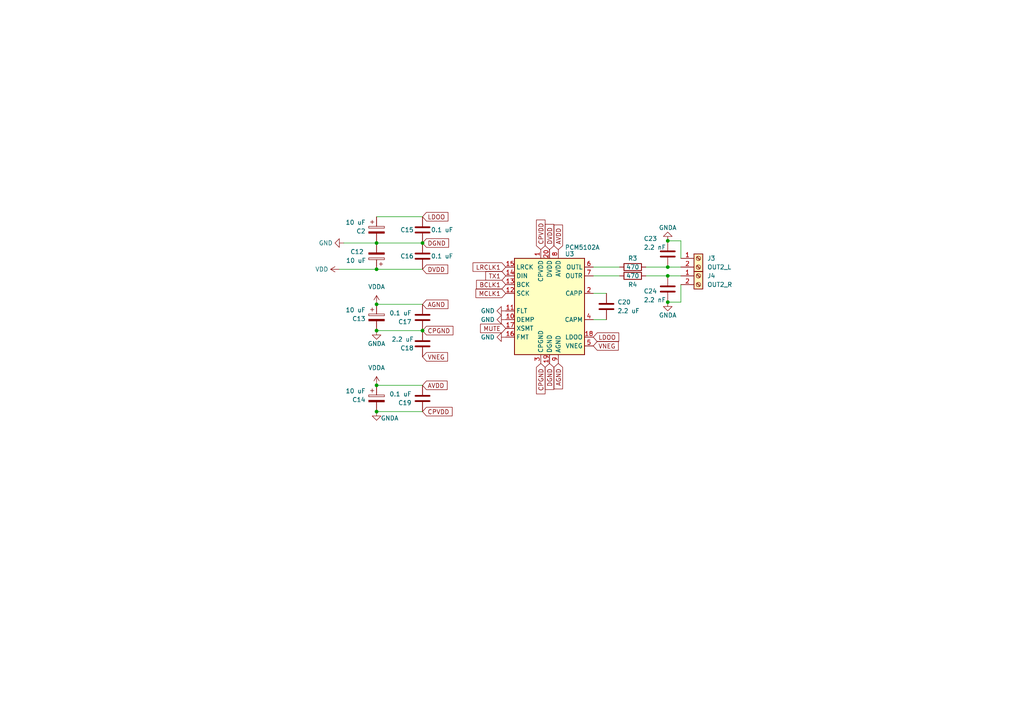
<source format=kicad_sch>
(kicad_sch (version 20230121) (generator eeschema)
  (paper "A4")
  (lib_symbols
    (symbol "Audio:PCM5102A"
      (property "Reference" "U" (at -10.16 13.97 0))
      (property "Value" "PCM5102A" (at 3.81 13.97 0))
      (symbol "PCM5102A_0_1"
        (rectangle (start -10.16 12.7) (end 10.16 -15.24) (stroke (width 0.254)) (fill (type background)))
      )
      (symbol "PCM5102A_1_1"
        (pin passive line (at -2.54 15.24 270) (length 2.54) (name "CPVDD") (number "1"))
        (pin input line (at -12.7 -5.08 0) (length 2.54) (name "DEMP") (number "10"))
        (pin input line (at -12.7 -2.54 0) (length 2.54) (name "FLT") (number "11"))
        (pin input line (at -12.7 2.54 0) (length 2.54) (name "SCK") (number "12"))
        (pin input line (at -12.7 5.08 0) (length 2.54) (name "BCK") (number "13"))
        (pin input line (at -12.7 7.62 0) (length 2.54) (name "DIN") (number "14"))
        (pin input line (at -12.7 10.16 0) (length 2.54) (name "LRCK") (number "15"))
        (pin input line (at -12.7 -10.16 0) (length 2.54) (name "FMT") (number "16"))
        (pin input line (at -12.7 -7.62 0) (length 2.54) (name "XSMT") (number "17"))
        (pin passive line (at 12.7 -10.16 180) (length 2.54) (name "LDOO") (number "18"))
        (pin power_in line (at 0 -17.78 90) (length 2.54) (name "DGND") (number "19"))
        (pin passive line (at 12.7 2.54 180) (length 2.54) (name "CAPP") (number "2"))
        (pin power_in line (at 0 15.24 270) (length 2.54) (name "DVDD") (number "20"))
        (pin power_in line (at -2.54 -17.78 90) (length 2.54) (name "CPGND") (number "3"))
        (pin passive line (at 12.7 -5.08 180) (length 2.54) (name "CAPM") (number "4"))
        (pin passive line (at 12.7 -12.7 180) (length 2.54) (name "VNEG") (number "5"))
        (pin output line (at 12.7 10.16 180) (length 2.54) (name "OUTL") (number "6"))
        (pin output line (at 12.7 7.62 180) (length 2.54) (name "OUTR") (number "7"))
        (pin power_in line (at 2.54 15.24 270) (length 2.54) (name "AVDD") (number "8"))
        (pin power_in line (at 2.54 -17.78 90) (length 2.54) (name "AGND") (number "9"))
      )
    )
    (symbol "Connector:Screw_Terminal_01x02" (pin_names (offset 1.016) hide)
      (property "Reference" "J" (at 0 2.54 0))
      (property "Value" "Screw_Terminal_01x02" (at 0 -5.08 0))
      (symbol "Screw_Terminal_01x02_1_1"
        (rectangle (start -1.27 1.27) (end 1.27 -3.81) (stroke (width 0.254)) (fill (type background)))
        (circle (center 0 -2.54) (radius 0.635) (stroke (width 0.1524)))
        (polyline (pts (xy -0.5334 -2.2098) (xy 0.3302 -3.048)) (stroke (width 0.1524)))
        (polyline (pts (xy -0.5334 0.3302) (xy 0.3302 -0.508)) (stroke (width 0.1524)))
        (polyline (pts (xy -0.3556 -2.032) (xy 0.508 -2.8702)) (stroke (width 0.1524)))
        (polyline (pts (xy -0.3556 0.508) (xy 0.508 -0.3302)) (stroke (width 0.1524)))
        (circle (center 0 0) (radius 0.635) (stroke (width 0.1524)))
        (pin passive line (at -5.08 0 0) (length 3.81) (name "Pin_1") (number "1"))
        (pin passive line (at -5.08 -2.54 0) (length 3.81) (name "Pin_2") (number "2"))
      )
    )
    (symbol "Device:C" (pin_numbers hide) (pin_names (offset 0.254))
      (property "Reference" "C" (at 0.635 2.54 0))
      (property "Value" "C" (at 0.635 -2.54 0))
      (symbol "C_0_1"
        (polyline (pts (xy -2.032 -0.762) (xy 2.032 -0.762)) (stroke (width 0.508)))
        (polyline (pts (xy -2.032 0.762) (xy 2.032 0.762)) (stroke (width 0.508)))
      )
      (symbol "C_1_1"
        (pin passive line (at 0 3.81 270) (length 2.794) (name "~") (number "1"))
        (pin passive line (at 0 -3.81 90) (length 2.794) (name "~") (number "2"))
      )
    )
    (symbol "Device:C_Polarized" (pin_numbers hide) (pin_names (offset 0.254))
      (property "Reference" "C" (at 0.635 2.54 0))
      (property "Value" "C_Polarized" (at 0.635 -2.54 0))
      (symbol "C_Polarized_0_1"
        (rectangle (start -2.286 0.508) (end 2.286 1.016))
        (polyline (pts (xy -1.778 2.286) (xy -0.762 2.286)))
        (polyline (pts (xy -1.27 2.794) (xy -1.27 1.778)))
        (rectangle (start 2.286 -0.508) (end -2.286 -1.016) (fill (type outline)))
      )
      (symbol "C_Polarized_1_1"
        (pin passive line (at 0 3.81 270) (length 2.794) (name "~") (number "1"))
        (pin passive line (at 0 -3.81 90) (length 2.794) (name "~") (number "2"))
      )
    )
    (symbol "Device:R" (pin_numbers hide) (pin_names (offset 0))
      (property "Reference" "R" (at 2.032 0 90))
      (property "Value" "R" (at 0 0 90))
      (symbol "R_0_1"
        (rectangle (start -1.016 -2.54) (end 1.016 2.54) (stroke (width 0.254)))
      )
      (symbol "R_1_1"
        (pin passive line (at 0 3.81 270) (length 1.27) (name "~") (number "1"))
        (pin passive line (at 0 -3.81 90) (length 1.27) (name "~") (number "2"))
      )
    )
    (symbol "power:GND" (power) (pin_names (offset 0))
      (property "Value" "GND" (at 0 -3.81 0))
      (symbol "GND_0_1"
        (polyline (pts (xy 0 0) (xy 0 -1.27) (xy 1.27 -1.27) (xy 0 -2.54) (xy -1.27 -1.27) (xy 0 -1.27)))
      )
      (symbol "GND_1_1"
        (pin power_in line (at 0 0 270) (length 0) hide (name "GND") (number "1"))
      )
    )
    (symbol "power:GNDA" (power) (pin_names (offset 0))
      (property "Value" "GNDA" (at 0 -3.81 0))
      (symbol "GNDA_0_1"
        (polyline (pts (xy 0 0) (xy 0 -1.27) (xy 1.27 -1.27) (xy 0 -2.54) (xy -1.27 -1.27) (xy 0 -1.27)))
      )
      (symbol "GNDA_1_1"
        (pin power_in line (at 0 0 270) (length 0) hide (name "GNDA") (number "1"))
      )
    )
    (symbol "power:VDD" (power) (pin_names (offset 0))
      (property "Value" "VDD" (at 0 3.81 0))
      (symbol "VDD_0_1"
        (polyline (pts (xy -0.762 1.27) (xy 0 2.54)))
        (polyline (pts (xy 0 0) (xy 0 2.54)))
        (polyline (pts (xy 0 2.54) (xy 0.762 1.27)))
      )
      (symbol "VDD_1_1"
        (pin power_in line (at 0 0 90) (length 0) hide (name "VDD") (number "1"))
      )
    )
    (symbol "power:VDDA" (power) (pin_names (offset 0))
      (property "Value" "VDDA" (at 0 3.81 0))
      (symbol "VDDA_0_1"
        (polyline (pts (xy -0.762 1.27) (xy 0 2.54)))
        (polyline (pts (xy 0 0) (xy 0 2.54)))
        (polyline (pts (xy 0 2.54) (xy 0.762 1.27)))
      )
      (symbol "VDDA_1_1"
        (pin power_in line (at 0 0 90) (length 0) hide (name "VDDA") (number "1"))
      )
    )
  )
  (junction (at 109.22 70.485))
  (junction (at 109.22 78.105))
  (junction (at 193.675 87.63))
  (junction (at 122.555 70.485))
  (junction (at 109.22 95.885))
  (junction (at 193.675 77.47))
  (junction (at 109.22 111.76))
  (junction (at 193.675 80.01))
  (junction (at 193.675 69.85))
  (junction (at 109.22 119.38))
  (junction (at 109.22 88.265))
  (junction (at 122.555 95.885))
  (wire (pts (xy 172.085 77.47) (xy 179.705 77.47)))
  (wire (pts (xy 193.675 77.47) (xy 197.485 77.47)))
  (wire (pts (xy 122.555 119.38) (xy 109.22 119.38)))
  (wire (pts (xy 187.325 80.01) (xy 193.675 80.01)))
  (wire (pts (xy 172.085 92.71) (xy 175.895 92.71)))
  (wire (pts (xy 122.555 111.76) (xy 109.22 111.76)))
  (wire (pts (xy 172.085 85.09) (xy 175.895 85.09)))
  (wire (pts (xy 109.22 78.105) (xy 122.555 78.105)))
  (wire (pts (xy 193.675 87.63) (xy 197.485 87.63)))
  (wire (pts (xy 122.555 95.885) (xy 109.22 95.885)))
  (wire (pts (xy 122.555 88.265) (xy 109.22 88.265)))
  (wire (pts (xy 109.22 62.865) (xy 122.555 62.865)))
  (wire (pts (xy 172.085 80.01) (xy 179.705 80.01)))
  (wire (pts (xy 193.675 69.85) (xy 197.485 69.85)))
  (wire (pts (xy 98.425 78.105) (xy 109.22 78.105)))
  (wire (pts (xy 197.485 69.85) (xy 197.485 74.93)))
  (wire (pts (xy 197.485 82.55) (xy 197.485 87.63)))
  (wire (pts (xy 99.695 70.485) (xy 109.22 70.485)))
  (wire (pts (xy 109.22 70.485) (xy 122.555 70.485)))
  (wire (pts (xy 187.325 77.47) (xy 193.675 77.47)))
  (wire (pts (xy 193.675 80.01) (xy 197.485 80.01)))
  (global_label "MUTE" (shape input) (at 146.685 95.25 180) (property "Intersheetrefs" "${INTERSHEET_REFS}" (effects hide)))
  (global_label "CPGND" (shape input) (at 122.555 95.885 0) (property "Intersheetrefs" "${INTERSHEET_REFS}" (effects hide)))
  (global_label "AVDD" (shape input) (at 122.555 111.76 0) (property "Intersheetrefs" "${INTERSHEET_REFS}" (effects hide)))
  (global_label "DVDD" (shape input) (at 159.385 72.39 90) (property "Intersheetrefs" "${INTERSHEET_REFS}" (effects hide)))
  (global_label "DVDD" (shape input) (at 122.555 78.105 0) (property "Intersheetrefs" "${INTERSHEET_REFS}" (effects hide)))
  (global_label "BCLK1" (shape input) (at 146.685 82.55 180) (property "Intersheetrefs" "${INTERSHEET_REFS}" (effects hide)))
  (global_label "VNEG" (shape input) (at 122.555 103.505 0) (property "Intersheetrefs" "${INTERSHEET_REFS}" (effects hide)))
  (global_label "CPGND" (shape input) (at 156.845 105.41 270) (property "Intersheetrefs" "${INTERSHEET_REFS}" (effects hide)))
  (global_label "LDOO" (shape input) (at 122.555 62.865 0) (property "Intersheetrefs" "${INTERSHEET_REFS}" (effects hide)))
  (global_label "AGND" (shape input) (at 122.555 88.265 0) (property "Intersheetrefs" "${INTERSHEET_REFS}" (effects hide)))
  (global_label "LDOO" (shape input) (at 172.085 97.79 0) (property "Intersheetrefs" "${INTERSHEET_REFS}" (effects hide)))
  (global_label "TX1" (shape input) (at 146.685 80.01 180) (property "Intersheetrefs" "${INTERSHEET_REFS}" (effects hide)))
  (global_label "AVDD" (shape input) (at 161.925 72.39 90) (property "Intersheetrefs" "${INTERSHEET_REFS}" (effects hide)))
  (global_label "CPVDD" (shape input) (at 122.555 119.38 0) (property "Intersheetrefs" "${INTERSHEET_REFS}" (effects hide)))
  (global_label "DGND" (shape input) (at 159.385 105.41 270) (property "Intersheetrefs" "${INTERSHEET_REFS}" (effects hide)))
  (global_label "MCLK1" (shape input) (at 146.685 85.09 180) (property "Intersheetrefs" "${INTERSHEET_REFS}" (effects hide)))
  (global_label "LRCLK1" (shape input) (at 146.685 77.47 180) (property "Intersheetrefs" "${INTERSHEET_REFS}" (effects hide)))
  (global_label "CPVDD" (shape input) (at 156.845 72.39 90) (property "Intersheetrefs" "${INTERSHEET_REFS}" (effects hide)))
  (global_label "DGND" (shape input) (at 122.555 70.485 0) (property "Intersheetrefs" "${INTERSHEET_REFS}" (effects hide)))
  (global_label "AGND" (shape input) (at 161.925 105.41 270) (property "Intersheetrefs" "${INTERSHEET_REFS}" (effects hide)))
  (global_label "VNEG" (shape input) (at 172.085 100.33 0) (property "Intersheetrefs" "${INTERSHEET_REFS}" (effects hide)))
  (symbol (lib_id "Device:C_Polarized") (at 109.22 66.675 0) (unit 1)
    (property "Reference" "C2" (at 106.045 67.056 0) (effects (justify right)))
    (property "Value" "10 uF" (at 106.045 64.516 0) (effects (justify right)))
    (instances (project "DSPDAC" (path "" (reference "C2") (unit 1)) (path "" (reference "C1") (unit 1))))
  )
  (symbol (lib_id "Device:R") (at 183.515 77.47 90) (unit 1)
    (property "Reference" "R3" (at 183.515 74.93 90))
    (property "Value" "470" (at 183.515 77.47 90))
    (instances (project "DSPDAC" (path "" (reference "R3") (unit 1)) (path "" (reference "R1") (unit 1))))
  )
  (symbol (lib_id "power:VDDA") (at 109.22 88.265 0) (unit 1)
    (property "Reference" "#PWR04" (effects hide))
    (property "Value" "VDDA" (at 109.22 83.185 0))
    (instances (project "DSPDAC" (path "" (reference "#PWR04") (unit 1)) (path "" (reference "#PWR03") (unit 1))))
  )
  (symbol (lib_id "power:GNDA") (at 109.22 119.38 0) (unit 1)
    (property "Reference" "#PWR011" (effects hide))
    (property "Value" "GNDA" (at 113.03 121.285 0))
    (instances (project "DSPDAC" (path "" (reference "#PWR011") (unit 1)) (path "" (reference "#PWR06") (unit 1))))
  )
  (symbol (lib_id "Device:C") (at 193.675 83.82 0) (unit 1)
    (property "Reference" "C24" (at 186.69 84.455 0) (effects (justify left)))
    (property "Value" "2.2 nF" (at 186.69 86.995 0) (effects (justify left)))
    (instances (project "DSPDAC" (path "" (reference "C24") (unit 1)) (path "" (reference "C12") (unit 1))))
  )
  (symbol (lib_id "Device:C") (at 122.555 99.695 180) (unit 1)
    (property "Reference" "C18" (at 120.015 100.965 0) (effects (justify left)))
    (property "Value" "2.2 uF" (at 120.015 98.425 0) (effects (justify left)))
    (instances (project "DSPDAC" (path "" (reference "C18") (unit 1)) (path "" (reference "C8") (unit 1))))
  )
  (symbol (lib_id "Device:C") (at 122.555 115.57 180) (unit 1)
    (property "Reference" "C19" (at 119.38 116.84 0) (effects (justify left)))
    (property "Value" "0.1 uF" (at 119.38 114.3 0) (effects (justify left)))
    (instances (project "DSPDAC" (path "" (reference "C19") (unit 1)) (path "" (reference "C9") (unit 1))))
  )
  (symbol (lib_id "Connector:Screw_Terminal_01x02") (at 202.565 80.01 0) (unit 1)
    (property "Reference" "J4" (at 205.105 80.01 0) (effects (justify left)))
    (property "Value" "OUT2_R" (at 205.105 82.55 0) (effects (justify left)))
    (instances (project "DSPDAC" (path "" (reference "J4") (unit 1)) (path "" (reference "J2") (unit 1))))
  )
  (symbol (lib_id "Device:C") (at 122.555 74.295 180) (unit 1)
    (property "Reference" "C16" (at 120.015 74.295 0) (effects (justify left)))
    (property "Value" "0.1 uF" (at 131.445 74.295 0) (effects (justify left)))
    (instances (project "DSPDAC" (path "" (reference "C16") (unit 1)) (path "" (reference "C6") (unit 1))))
  )
  (symbol (lib_id "Device:C_Polarized") (at 109.22 74.295 180) (unit 1)
    (property "Reference" "C12" (at 101.6 73.025 0) (effects (justify right)))
    (property "Value" "10 uF" (at 100.33 75.565 0) (effects (justify right)))
    (instances (project "DSPDAC" (path "" (reference "C12") (unit 1)) (path "" (reference "C2") (unit 1))))
  )
  (symbol (lib_id "power:GNDA") (at 109.22 95.885 0) (unit 1)
    (property "Reference" "#PWR05" (effects hide))
    (property "Value" "GNDA" (at 109.22 99.695 0))
    (instances (project "DSPDAC" (path "" (reference "#PWR05") (unit 1)) (path "" (reference "#PWR04") (unit 1))))
  )
  (symbol (lib_id "Connector:Screw_Terminal_01x02") (at 202.565 74.93 0) (unit 1)
    (property "Reference" "J3" (at 205.105 74.93 0) (effects (justify left)))
    (property "Value" "OUT2_L" (at 205.105 77.47 0) (effects (justify left)))
    (instances (project "DSPDAC" (path "" (reference "J3") (unit 1)) (path "" (reference "J1") (unit 1))))
  )
  (symbol (lib_id "Device:C") (at 122.555 66.675 180) (unit 1)
    (property "Reference" "C15" (at 120.015 66.675 0) (effects (justify left)))
    (property "Value" "0.1 uF" (at 131.445 66.675 0) (effects (justify left)))
    (instances (project "DSPDAC" (path "" (reference "C15") (unit 1)) (path "" (reference "C5") (unit 1))))
  )
  (symbol (lib_id "power:GND") (at 146.685 92.71 270) (unit 1)
    (property "Reference" "#PWR013" (effects hide))
    (property "Value" "GND" (at 143.51 92.71 90) (effects (justify right)))
    (instances (project "DSPDAC" (path "" (reference "#PWR013") (unit 1)) (path "" (reference "#PWR08") (unit 1))))
  )
  (symbol (lib_id "power:GND") (at 146.685 97.79 270) (unit 1)
    (property "Reference" "#PWR014" (effects hide))
    (property "Value" "GND" (at 143.51 97.79 90) (effects (justify right)))
    (instances (project "DSPDAC" (path "" (reference "#PWR014") (unit 1)) (path "" (reference "#PWR09") (unit 1))))
  )
  (symbol (lib_id "power:GNDA") (at 193.675 69.85 180) (unit 1)
    (property "Reference" "#PWR017" (effects hide))
    (property "Value" "GNDA" (at 193.675 66.04 0))
    (instances (project "DSPDAC" (path "" (reference "#PWR017") (unit 1)) (path "" (reference "#PWR010") (unit 1))))
  )
  (symbol (lib_id "Audio:PCM5102A") (at 159.385 87.63 0) (unit 1)
    (property "Reference" "U3" (at 163.83 73.66 0) (effects (justify left)))
    (property "Value" "PCM5102A" (at 163.83 71.755 0) (effects (justify left)))
    (property "Footprint" "Package_SO:TSSOP-20_4.4x6.5mm_P0.65mm" (effects hide))
    (property "Datasheet" "https://www.ti.com/lit/ds/symlink/pcm5102a.pdf" (effects hide))
    (instances (project "DSPDAC" (path "" (reference "U3") (unit 1)) (path "" (reference "U2") (unit 1))))
  )
  (symbol (lib_id "power:VDD") (at 98.425 78.105 90) (unit 1)
    (property "Reference" "#PWR01" (effects hide))
    (property "Value" "VDD" (at 95.25 78.105 90) (effects (justify left)))
  )
  (symbol (lib_id "Device:R") (at 183.515 80.01 270) (unit 1)
    (property "Reference" "R4" (at 183.515 82.55 90))
    (property "Value" "470" (at 183.515 80.01 90))
    (instances (project "DSPDAC" (path "" (reference "R4") (unit 1)) (path "" (reference "R2") (unit 1))))
  )
  (symbol (lib_id "Device:C") (at 122.555 92.075 180) (unit 1)
    (property "Reference" "C17" (at 119.38 93.345 0) (effects (justify left)))
    (property "Value" "0.1 uF" (at 119.38 90.805 0) (effects (justify left)))
    (instances (project "DSPDAC" (path "" (reference "C17") (unit 1)) (path "" (reference "C7") (unit 1))))
  )
  (symbol (lib_id "Device:C_Polarized") (at 109.22 92.075 0) (unit 1)
    (property "Reference" "C13" (at 106.045 92.456 0) (effects (justify right)))
    (property "Value" "10 uF" (at 106.045 89.916 0) (effects (justify right)))
    (instances (project "DSPDAC" (path "" (reference "C13") (unit 1)) (path "" (reference "C3") (unit 1))))
  )
  (symbol (lib_id "Device:C") (at 175.895 88.9 0) (unit 1)
    (property "Reference" "C20" (at 179.07 87.63 0) (effects (justify left)))
    (property "Value" "2.2 uF" (at 179.07 90.17 0) (effects (justify left)))
    (instances (project "DSPDAC" (path "" (reference "C20") (unit 1)) (path "" (reference "C10") (unit 1))))
  )
  (symbol (lib_id "power:GND") (at 99.695 70.485 270) (unit 1)
    (property "Reference" "#PWR03" (effects hide))
    (property "Value" "GND" (at 96.52 70.485 90) (effects (justify right)))
    (instances (project "DSPDAC" (path "" (reference "#PWR03") (unit 1)) (path "" (reference "#PWR02") (unit 1))))
  )
  (symbol (lib_id "Device:C") (at 193.675 73.66 0) (unit 1)
    (property "Reference" "C23" (at 186.69 69.215 0) (effects (justify left)))
    (property "Value" "2.2 nF" (at 186.69 71.755 0) (effects (justify left)))
    (instances (project "DSPDAC" (path "" (reference "C23") (unit 1)) (path "" (reference "C11") (unit 1))))
  )
  (symbol (lib_id "power:VDDA") (at 109.22 111.76 0) (unit 1)
    (property "Reference" "#PWR07" (effects hide))
    (property "Value" "VDDA" (at 109.22 106.68 0))
    (instances (project "DSPDAC" (path "" (reference "#PWR07") (unit 1)) (path "" (reference "#PWR05") (unit 1))))
  )
  (symbol (lib_id "power:GNDA") (at 193.675 87.63 0) (unit 1)
    (property "Reference" "#PWR018" (effects hide))
    (property "Value" "GNDA" (at 193.675 91.44 0))
    (instances (project "DSPDAC" (path "" (reference "#PWR018") (unit 1)) (path "" (reference "#PWR011") (unit 1))))
  )
  (symbol (lib_id "power:GND") (at 146.685 90.17 270) (unit 1)
    (property "Reference" "#PWR012" (effects hide))
    (property "Value" "GND" (at 143.51 90.17 90) (effects (justify right)))
    (instances (project "DSPDAC" (path "" (reference "#PWR012") (unit 1)) (path "" (reference "#PWR07") (unit 1))))
  )
  (symbol (lib_id "Device:C_Polarized") (at 109.22 115.57 0) (unit 1)
    (property "Reference" "C14" (at 106.045 115.951 0) (effects (justify right)))
    (property "Value" "10 uF" (at 106.045 113.411 0) (effects (justify right)))
    (instances (project "DSPDAC" (path "" (reference "C14") (unit 1)) (path "" (reference "C4") (unit 1))))
  )
)
</source>
